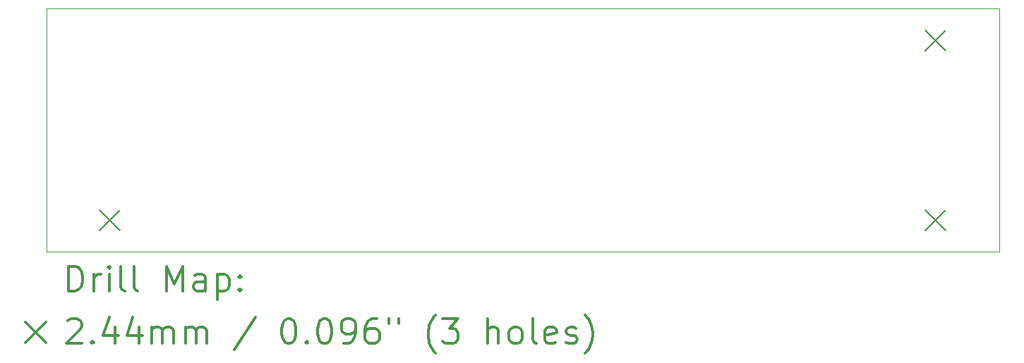
<source format=gbr>
%FSLAX45Y45*%
G04 Gerber Fmt 4.5, Leading zero omitted, Abs format (unit mm)*
G04 Created by KiCad (PCBNEW (2015-07-26 BZR 5996)-product) date 2015-09-04 23:49:22*
%MOMM*%
G01*
G04 APERTURE LIST*
%ADD10C,0.127000*%
%ADD11C,0.100000*%
%ADD12C,0.200000*%
%ADD13C,0.300000*%
G04 APERTURE END LIST*
D10*
D11*
X0Y-2921000D02*
X0Y0D01*
X11430000Y-2921000D02*
X0Y-2921000D01*
X11430000Y0D02*
X11430000Y-2921000D01*
X11430000Y0D02*
X0Y0D01*
D12*
X640000Y-2418000D02*
X884000Y-2662000D01*
X884000Y-2418000D02*
X640000Y-2662000D01*
X10546000Y-259000D02*
X10790000Y-503000D01*
X10790000Y-259000D02*
X10546000Y-503000D01*
X10546000Y-2418000D02*
X10790000Y-2662000D01*
X10790000Y-2418000D02*
X10546000Y-2662000D01*
D13*
X266429Y-3391714D02*
X266429Y-3091714D01*
X337857Y-3091714D01*
X380714Y-3106000D01*
X409286Y-3134571D01*
X423571Y-3163143D01*
X437857Y-3220286D01*
X437857Y-3263143D01*
X423571Y-3320286D01*
X409286Y-3348857D01*
X380714Y-3377429D01*
X337857Y-3391714D01*
X266429Y-3391714D01*
X566429Y-3391714D02*
X566429Y-3191714D01*
X566429Y-3248857D02*
X580714Y-3220286D01*
X595000Y-3206000D01*
X623571Y-3191714D01*
X652143Y-3191714D01*
X752143Y-3391714D02*
X752143Y-3191714D01*
X752143Y-3091714D02*
X737857Y-3106000D01*
X752143Y-3120286D01*
X766428Y-3106000D01*
X752143Y-3091714D01*
X752143Y-3120286D01*
X937857Y-3391714D02*
X909286Y-3377429D01*
X895000Y-3348857D01*
X895000Y-3091714D01*
X1095000Y-3391714D02*
X1066429Y-3377429D01*
X1052143Y-3348857D01*
X1052143Y-3091714D01*
X1437857Y-3391714D02*
X1437857Y-3091714D01*
X1537857Y-3306000D01*
X1637857Y-3091714D01*
X1637857Y-3391714D01*
X1909286Y-3391714D02*
X1909286Y-3234571D01*
X1895000Y-3206000D01*
X1866428Y-3191714D01*
X1809286Y-3191714D01*
X1780714Y-3206000D01*
X1909286Y-3377429D02*
X1880714Y-3391714D01*
X1809286Y-3391714D01*
X1780714Y-3377429D01*
X1766428Y-3348857D01*
X1766428Y-3320286D01*
X1780714Y-3291714D01*
X1809286Y-3277429D01*
X1880714Y-3277429D01*
X1909286Y-3263143D01*
X2052143Y-3191714D02*
X2052143Y-3491714D01*
X2052143Y-3206000D02*
X2080714Y-3191714D01*
X2137857Y-3191714D01*
X2166429Y-3206000D01*
X2180714Y-3220286D01*
X2195000Y-3248857D01*
X2195000Y-3334571D01*
X2180714Y-3363143D01*
X2166429Y-3377429D01*
X2137857Y-3391714D01*
X2080714Y-3391714D01*
X2052143Y-3377429D01*
X2323571Y-3363143D02*
X2337857Y-3377429D01*
X2323571Y-3391714D01*
X2309286Y-3377429D01*
X2323571Y-3363143D01*
X2323571Y-3391714D01*
X2323571Y-3206000D02*
X2337857Y-3220286D01*
X2323571Y-3234571D01*
X2309286Y-3220286D01*
X2323571Y-3206000D01*
X2323571Y-3234571D01*
X-249000Y-3764000D02*
X-5000Y-4008000D01*
X-5000Y-3764000D02*
X-249000Y-4008000D01*
X252143Y-3750286D02*
X266429Y-3736000D01*
X295000Y-3721714D01*
X366428Y-3721714D01*
X395000Y-3736000D01*
X409286Y-3750286D01*
X423571Y-3778857D01*
X423571Y-3807429D01*
X409286Y-3850286D01*
X237857Y-4021714D01*
X423571Y-4021714D01*
X552143Y-3993143D02*
X566429Y-4007429D01*
X552143Y-4021714D01*
X537857Y-4007429D01*
X552143Y-3993143D01*
X552143Y-4021714D01*
X823571Y-3821714D02*
X823571Y-4021714D01*
X752143Y-3707429D02*
X680714Y-3921714D01*
X866428Y-3921714D01*
X1109286Y-3821714D02*
X1109286Y-4021714D01*
X1037857Y-3707429D02*
X966428Y-3921714D01*
X1152143Y-3921714D01*
X1266429Y-4021714D02*
X1266429Y-3821714D01*
X1266429Y-3850286D02*
X1280714Y-3836000D01*
X1309286Y-3821714D01*
X1352143Y-3821714D01*
X1380714Y-3836000D01*
X1395000Y-3864571D01*
X1395000Y-4021714D01*
X1395000Y-3864571D02*
X1409286Y-3836000D01*
X1437857Y-3821714D01*
X1480714Y-3821714D01*
X1509286Y-3836000D01*
X1523571Y-3864571D01*
X1523571Y-4021714D01*
X1666428Y-4021714D02*
X1666428Y-3821714D01*
X1666428Y-3850286D02*
X1680714Y-3836000D01*
X1709286Y-3821714D01*
X1752143Y-3821714D01*
X1780714Y-3836000D01*
X1795000Y-3864571D01*
X1795000Y-4021714D01*
X1795000Y-3864571D02*
X1809286Y-3836000D01*
X1837857Y-3821714D01*
X1880714Y-3821714D01*
X1909286Y-3836000D01*
X1923571Y-3864571D01*
X1923571Y-4021714D01*
X2509286Y-3707429D02*
X2252143Y-4093143D01*
X2895000Y-3721714D02*
X2923571Y-3721714D01*
X2952143Y-3736000D01*
X2966428Y-3750286D01*
X2980714Y-3778857D01*
X2995000Y-3836000D01*
X2995000Y-3907429D01*
X2980714Y-3964571D01*
X2966428Y-3993143D01*
X2952143Y-4007429D01*
X2923571Y-4021714D01*
X2895000Y-4021714D01*
X2866428Y-4007429D01*
X2852143Y-3993143D01*
X2837857Y-3964571D01*
X2823571Y-3907429D01*
X2823571Y-3836000D01*
X2837857Y-3778857D01*
X2852143Y-3750286D01*
X2866428Y-3736000D01*
X2895000Y-3721714D01*
X3123571Y-3993143D02*
X3137857Y-4007429D01*
X3123571Y-4021714D01*
X3109286Y-4007429D01*
X3123571Y-3993143D01*
X3123571Y-4021714D01*
X3323571Y-3721714D02*
X3352143Y-3721714D01*
X3380714Y-3736000D01*
X3395000Y-3750286D01*
X3409285Y-3778857D01*
X3423571Y-3836000D01*
X3423571Y-3907429D01*
X3409285Y-3964571D01*
X3395000Y-3993143D01*
X3380714Y-4007429D01*
X3352143Y-4021714D01*
X3323571Y-4021714D01*
X3295000Y-4007429D01*
X3280714Y-3993143D01*
X3266428Y-3964571D01*
X3252143Y-3907429D01*
X3252143Y-3836000D01*
X3266428Y-3778857D01*
X3280714Y-3750286D01*
X3295000Y-3736000D01*
X3323571Y-3721714D01*
X3566428Y-4021714D02*
X3623571Y-4021714D01*
X3652143Y-4007429D01*
X3666428Y-3993143D01*
X3695000Y-3950286D01*
X3709285Y-3893143D01*
X3709285Y-3778857D01*
X3695000Y-3750286D01*
X3680714Y-3736000D01*
X3652143Y-3721714D01*
X3595000Y-3721714D01*
X3566428Y-3736000D01*
X3552143Y-3750286D01*
X3537857Y-3778857D01*
X3537857Y-3850286D01*
X3552143Y-3878857D01*
X3566428Y-3893143D01*
X3595000Y-3907429D01*
X3652143Y-3907429D01*
X3680714Y-3893143D01*
X3695000Y-3878857D01*
X3709285Y-3850286D01*
X3966428Y-3721714D02*
X3909285Y-3721714D01*
X3880714Y-3736000D01*
X3866428Y-3750286D01*
X3837857Y-3793143D01*
X3823571Y-3850286D01*
X3823571Y-3964571D01*
X3837857Y-3993143D01*
X3852143Y-4007429D01*
X3880714Y-4021714D01*
X3937857Y-4021714D01*
X3966428Y-4007429D01*
X3980714Y-3993143D01*
X3995000Y-3964571D01*
X3995000Y-3893143D01*
X3980714Y-3864571D01*
X3966428Y-3850286D01*
X3937857Y-3836000D01*
X3880714Y-3836000D01*
X3852143Y-3850286D01*
X3837857Y-3864571D01*
X3823571Y-3893143D01*
X4109286Y-3721714D02*
X4109286Y-3778857D01*
X4223571Y-3721714D02*
X4223571Y-3778857D01*
X4666428Y-4136000D02*
X4652143Y-4121714D01*
X4623571Y-4078857D01*
X4609286Y-4050286D01*
X4595000Y-4007429D01*
X4580714Y-3936000D01*
X4580714Y-3878857D01*
X4595000Y-3807429D01*
X4609286Y-3764571D01*
X4623571Y-3736000D01*
X4652143Y-3693143D01*
X4666428Y-3678857D01*
X4752143Y-3721714D02*
X4937857Y-3721714D01*
X4837857Y-3836000D01*
X4880714Y-3836000D01*
X4909286Y-3850286D01*
X4923571Y-3864571D01*
X4937857Y-3893143D01*
X4937857Y-3964571D01*
X4923571Y-3993143D01*
X4909286Y-4007429D01*
X4880714Y-4021714D01*
X4795000Y-4021714D01*
X4766428Y-4007429D01*
X4752143Y-3993143D01*
X5295000Y-4021714D02*
X5295000Y-3721714D01*
X5423571Y-4021714D02*
X5423571Y-3864571D01*
X5409286Y-3836000D01*
X5380714Y-3821714D01*
X5337857Y-3821714D01*
X5309286Y-3836000D01*
X5295000Y-3850286D01*
X5609285Y-4021714D02*
X5580714Y-4007429D01*
X5566428Y-3993143D01*
X5552143Y-3964571D01*
X5552143Y-3878857D01*
X5566428Y-3850286D01*
X5580714Y-3836000D01*
X5609285Y-3821714D01*
X5652143Y-3821714D01*
X5680714Y-3836000D01*
X5695000Y-3850286D01*
X5709285Y-3878857D01*
X5709285Y-3964571D01*
X5695000Y-3993143D01*
X5680714Y-4007429D01*
X5652143Y-4021714D01*
X5609285Y-4021714D01*
X5880714Y-4021714D02*
X5852143Y-4007429D01*
X5837857Y-3978857D01*
X5837857Y-3721714D01*
X6109286Y-4007429D02*
X6080714Y-4021714D01*
X6023571Y-4021714D01*
X5995000Y-4007429D01*
X5980714Y-3978857D01*
X5980714Y-3864571D01*
X5995000Y-3836000D01*
X6023571Y-3821714D01*
X6080714Y-3821714D01*
X6109286Y-3836000D01*
X6123571Y-3864571D01*
X6123571Y-3893143D01*
X5980714Y-3921714D01*
X6237857Y-4007429D02*
X6266428Y-4021714D01*
X6323571Y-4021714D01*
X6352143Y-4007429D01*
X6366428Y-3978857D01*
X6366428Y-3964571D01*
X6352143Y-3936000D01*
X6323571Y-3921714D01*
X6280714Y-3921714D01*
X6252143Y-3907429D01*
X6237857Y-3878857D01*
X6237857Y-3864571D01*
X6252143Y-3836000D01*
X6280714Y-3821714D01*
X6323571Y-3821714D01*
X6352143Y-3836000D01*
X6466428Y-4136000D02*
X6480714Y-4121714D01*
X6509286Y-4078857D01*
X6523571Y-4050286D01*
X6537857Y-4007429D01*
X6552143Y-3936000D01*
X6552143Y-3878857D01*
X6537857Y-3807429D01*
X6523571Y-3764571D01*
X6509286Y-3736000D01*
X6480714Y-3693143D01*
X6466428Y-3678857D01*
M02*

</source>
